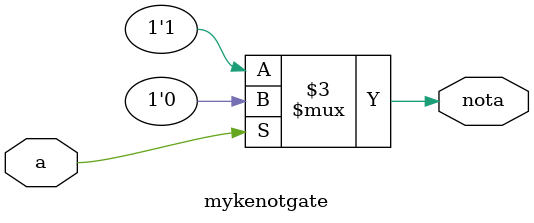
<source format=v>
module mykenotgate(
    input wire a, // Input signal
    output reg nota // Output signal (inverted)
    );
always @(*) begin
    if(a) nota=0;
    else nota=1;
end
endmodule
</source>
